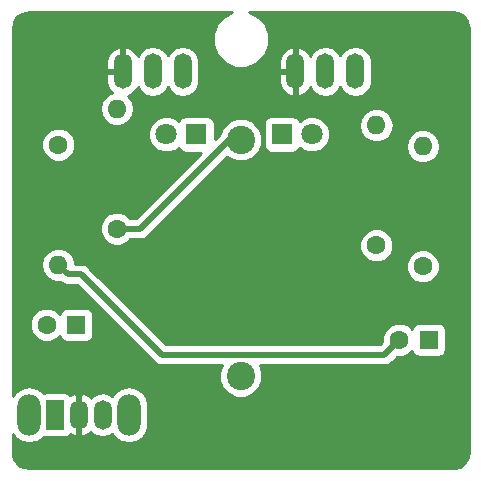
<source format=gtl>
G04 #@! TF.GenerationSoftware,KiCad,Pcbnew,(5.0.0)*
G04 #@! TF.CreationDate,2018-09-21T20:05:04-03:00*
G04 #@! TF.ProjectId,badge00,626164676530302E6B696361645F7063,rev?*
G04 #@! TF.SameCoordinates,Original*
G04 #@! TF.FileFunction,Copper,L1,Top,Signal*
G04 #@! TF.FilePolarity,Positive*
%FSLAX46Y46*%
G04 Gerber Fmt 4.6, Leading zero omitted, Abs format (unit mm)*
G04 Created by KiCad (PCBNEW (5.0.0)) date 09/21/18 20:05:04*
%MOMM*%
%LPD*%
G01*
G04 APERTURE LIST*
G04 #@! TA.AperFunction,ComponentPad*
%ADD10C,2.400000*%
G04 #@! TD*
G04 #@! TA.AperFunction,ComponentPad*
%ADD11C,1.600000*%
G04 #@! TD*
G04 #@! TA.AperFunction,ComponentPad*
%ADD12O,1.600000X1.600000*%
G04 #@! TD*
G04 #@! TA.AperFunction,ComponentPad*
%ADD13R,1.600000X1.600000*%
G04 #@! TD*
G04 #@! TA.AperFunction,ComponentPad*
%ADD14R,1.800000X1.800000*%
G04 #@! TD*
G04 #@! TA.AperFunction,ComponentPad*
%ADD15C,1.800000*%
G04 #@! TD*
G04 #@! TA.AperFunction,ComponentPad*
%ADD16O,1.520000X3.000000*%
G04 #@! TD*
G04 #@! TA.AperFunction,ComponentPad*
%ADD17R,1.500000X2.500000*%
G04 #@! TD*
G04 #@! TA.AperFunction,ComponentPad*
%ADD18O,1.500000X2.500000*%
G04 #@! TD*
G04 #@! TA.AperFunction,ComponentPad*
%ADD19O,2.000000X3.500000*%
G04 #@! TD*
G04 #@! TA.AperFunction,Conductor*
%ADD20C,0.508000*%
G04 #@! TD*
G04 #@! TA.AperFunction,Conductor*
%ADD21C,0.254000*%
G04 #@! TD*
G04 APERTURE END LIST*
D10*
G04 #@! TO.P,BT1,2*
G04 #@! TO.N,Net-(BT1-Pad2)*
X130000000Y-78500000D03*
G04 #@! TO.P,BT1,1*
G04 #@! TO.N,Net-(BT1-Pad1)*
X130000000Y-58500000D03*
G04 #@! TD*
D11*
G04 #@! TO.P,R1,1*
G04 #@! TO.N,Net-(BT1-Pad1)*
X119507000Y-66040000D03*
D12*
G04 #@! TO.P,R1,2*
G04 #@! TO.N,Net-(D1-Pad2)*
X119507000Y-55880000D03*
G04 #@! TD*
D13*
G04 #@! TO.P,C1,1*
G04 #@! TO.N,Net-(C1-Pad1)*
X116078000Y-74168000D03*
D11*
G04 #@! TO.P,C1,2*
G04 #@! TO.N,Net-(C1-Pad2)*
X113578000Y-74168000D03*
G04 #@! TD*
D13*
G04 #@! TO.P,C2,1*
G04 #@! TO.N,Net-(C2-Pad1)*
X145923000Y-75438000D03*
D11*
G04 #@! TO.P,C2,2*
G04 #@! TO.N,Net-(C2-Pad2)*
X143423000Y-75438000D03*
G04 #@! TD*
D14*
G04 #@! TO.P,D1,1*
G04 #@! TO.N,Net-(C1-Pad1)*
X126238000Y-58039000D03*
D15*
G04 #@! TO.P,D1,2*
G04 #@! TO.N,Net-(D1-Pad2)*
X123698000Y-58039000D03*
G04 #@! TD*
D14*
G04 #@! TO.P,D2,1*
G04 #@! TO.N,Net-(C2-Pad1)*
X133477000Y-58039000D03*
D15*
G04 #@! TO.P,D2,2*
G04 #@! TO.N,Net-(D2-Pad2)*
X136017000Y-58039000D03*
G04 #@! TD*
D11*
G04 #@! TO.P,R2,1*
G04 #@! TO.N,Net-(BT1-Pad1)*
X145415000Y-69215000D03*
D12*
G04 #@! TO.P,R2,2*
G04 #@! TO.N,Net-(C1-Pad2)*
X145415000Y-59055000D03*
G04 #@! TD*
D11*
G04 #@! TO.P,R3,1*
G04 #@! TO.N,Net-(BT1-Pad1)*
X114554000Y-58928000D03*
D12*
G04 #@! TO.P,R3,2*
G04 #@! TO.N,Net-(C2-Pad2)*
X114554000Y-69088000D03*
G04 #@! TD*
D11*
G04 #@! TO.P,R4,1*
G04 #@! TO.N,Net-(BT1-Pad1)*
X141478000Y-67437000D03*
D12*
G04 #@! TO.P,R4,2*
G04 #@! TO.N,Net-(D2-Pad2)*
X141478000Y-57277000D03*
G04 #@! TD*
D16*
G04 #@! TO.P,Q1,1*
G04 #@! TO.N,Net-(C1-Pad1)*
X125095000Y-52705000D03*
G04 #@! TO.P,Q1,3*
G04 #@! TO.N,Net-(Q1-Pad3)*
X120015000Y-52705000D03*
G04 #@! TO.P,Q1,2*
G04 #@! TO.N,Net-(C2-Pad2)*
X122555000Y-52705000D03*
G04 #@! TD*
G04 #@! TO.P,Q2,2*
G04 #@! TO.N,Net-(C1-Pad2)*
X137160000Y-52705000D03*
G04 #@! TO.P,Q2,3*
G04 #@! TO.N,Net-(Q1-Pad3)*
X134620000Y-52705000D03*
G04 #@! TO.P,Q2,1*
G04 #@! TO.N,Net-(C2-Pad1)*
X139700000Y-52705000D03*
G04 #@! TD*
D17*
G04 #@! TO.P,SW1,1*
G04 #@! TO.N,Net-(BT1-Pad2)*
X114300000Y-81788000D03*
D18*
G04 #@! TO.P,SW1,2*
G04 #@! TO.N,Net-(Q1-Pad3)*
X116300000Y-81788000D03*
G04 #@! TO.P,SW1,3*
G04 #@! TO.N,Net-(SW1-Pad3)*
X118300000Y-81788000D03*
D19*
G04 #@! TO.P,SW1,*
G04 #@! TO.N,*
X112100000Y-81788000D03*
X120500000Y-81788000D03*
G04 #@! TD*
D20*
G04 #@! TO.N,Net-(BT1-Pad1)*
X130000000Y-58500000D02*
X129000000Y-58500000D01*
X129000000Y-58500000D02*
X121460000Y-66040000D01*
X121460000Y-66040000D02*
X119507000Y-66040000D01*
G04 #@! TO.N,Net-(C2-Pad2)*
X123317000Y-76708000D02*
X142153000Y-76708000D01*
X142153000Y-76708000D02*
X143423000Y-75438000D01*
X116496999Y-69887999D02*
X123317000Y-76708000D01*
X114554000Y-69088000D02*
X115353999Y-69887999D01*
X115353999Y-69887999D02*
X116496999Y-69887999D01*
G04 #@! TD*
D21*
G04 #@! TO.N,Net-(Q1-Pad3)*
G36*
X128649006Y-47978095D02*
X127978095Y-48649006D01*
X127615000Y-49525594D01*
X127615000Y-50474406D01*
X127978095Y-51350994D01*
X128649006Y-52021905D01*
X129525594Y-52385000D01*
X130474406Y-52385000D01*
X131350994Y-52021905D01*
X131534899Y-51838000D01*
X133225000Y-51838000D01*
X133225000Y-52578000D01*
X134493000Y-52578000D01*
X134493000Y-50735291D01*
X134747000Y-50735291D01*
X134747000Y-52578000D01*
X134767000Y-52578000D01*
X134767000Y-52832000D01*
X134747000Y-52832000D01*
X134747000Y-54674709D01*
X134962756Y-54797236D01*
X135036511Y-54782412D01*
X135516611Y-54521216D01*
X135860211Y-54096176D01*
X135877724Y-54036870D01*
X136154263Y-54450738D01*
X136615699Y-54759061D01*
X137160000Y-54867329D01*
X137704302Y-54759061D01*
X138165738Y-54450738D01*
X138430001Y-54055243D01*
X138694263Y-54450738D01*
X139155699Y-54759061D01*
X139700000Y-54867329D01*
X140244302Y-54759061D01*
X140705738Y-54450738D01*
X141014061Y-53989302D01*
X141095000Y-53582393D01*
X141095000Y-51827607D01*
X141014061Y-51420698D01*
X140705737Y-50959262D01*
X140244301Y-50650939D01*
X139700000Y-50542671D01*
X139155698Y-50650939D01*
X138694262Y-50959263D01*
X138430000Y-51354757D01*
X138165737Y-50959262D01*
X137704301Y-50650939D01*
X137160000Y-50542671D01*
X136615698Y-50650939D01*
X136154262Y-50959263D01*
X135877724Y-51373130D01*
X135860211Y-51313824D01*
X135516611Y-50888784D01*
X135036511Y-50627588D01*
X134962756Y-50612764D01*
X134747000Y-50735291D01*
X134493000Y-50735291D01*
X134277244Y-50612764D01*
X134203489Y-50627588D01*
X133723389Y-50888784D01*
X133379789Y-51313824D01*
X133225000Y-51838000D01*
X131534899Y-51838000D01*
X132021905Y-51350994D01*
X132385000Y-50474406D01*
X132385000Y-49525594D01*
X132021905Y-48649006D01*
X131350994Y-47978095D01*
X130703756Y-47710000D01*
X147949420Y-47710000D01*
X148360027Y-47768803D01*
X148691110Y-47919338D01*
X148966639Y-48156749D01*
X149164456Y-48461944D01*
X149275700Y-48833917D01*
X149290001Y-49026362D01*
X149290000Y-84949420D01*
X149231197Y-85360027D01*
X149080661Y-85691112D01*
X148843251Y-85966639D01*
X148538056Y-86164456D01*
X148166083Y-86275700D01*
X147973652Y-86290000D01*
X112050580Y-86290000D01*
X111639973Y-86231197D01*
X111308888Y-86080661D01*
X111033361Y-85843251D01*
X110835544Y-85538056D01*
X110724300Y-85166083D01*
X110710000Y-84973652D01*
X110710000Y-83400638D01*
X110921232Y-83716769D01*
X111462056Y-84078136D01*
X112100000Y-84205031D01*
X112737945Y-84078136D01*
X113278769Y-83716769D01*
X113329066Y-83641494D01*
X113550000Y-83685440D01*
X115050000Y-83685440D01*
X115297765Y-83636157D01*
X115507809Y-83495809D01*
X115549864Y-83432869D01*
X115887316Y-83616173D01*
X115958815Y-83630318D01*
X116173000Y-83507656D01*
X116173000Y-81915000D01*
X116153000Y-81915000D01*
X116153000Y-81661000D01*
X116173000Y-81661000D01*
X116173000Y-80068344D01*
X116427000Y-80068344D01*
X116427000Y-81661000D01*
X116447000Y-81661000D01*
X116447000Y-81915000D01*
X116427000Y-81915000D01*
X116427000Y-83507656D01*
X116641185Y-83630318D01*
X116712684Y-83616173D01*
X117189540Y-83357145D01*
X117276705Y-83249463D01*
X117301472Y-83286529D01*
X117759601Y-83592641D01*
X118300000Y-83700133D01*
X118840400Y-83592641D01*
X119115480Y-83408839D01*
X119321232Y-83716769D01*
X119862056Y-84078136D01*
X120500000Y-84205031D01*
X121137945Y-84078136D01*
X121678769Y-83716769D01*
X122040136Y-83175945D01*
X122135000Y-82699031D01*
X122135000Y-80876969D01*
X122040136Y-80400055D01*
X121678769Y-79859231D01*
X121137944Y-79497864D01*
X120500000Y-79370969D01*
X119862055Y-79497864D01*
X119321231Y-79859231D01*
X119115479Y-80167161D01*
X118840399Y-79983359D01*
X118300000Y-79875867D01*
X117759600Y-79983359D01*
X117301471Y-80289472D01*
X117276705Y-80326537D01*
X117189540Y-80218855D01*
X116712684Y-79959827D01*
X116641185Y-79945682D01*
X116427000Y-80068344D01*
X116173000Y-80068344D01*
X115958815Y-79945682D01*
X115887316Y-79959827D01*
X115549864Y-80143131D01*
X115507809Y-80080191D01*
X115297765Y-79939843D01*
X115050000Y-79890560D01*
X113550000Y-79890560D01*
X113329066Y-79934506D01*
X113278769Y-79859231D01*
X112737944Y-79497864D01*
X112100000Y-79370969D01*
X111462055Y-79497864D01*
X110921231Y-79859231D01*
X110710000Y-80175361D01*
X110710000Y-73882561D01*
X112143000Y-73882561D01*
X112143000Y-74453439D01*
X112361466Y-74980862D01*
X112765138Y-75384534D01*
X113292561Y-75603000D01*
X113863439Y-75603000D01*
X114390862Y-75384534D01*
X114659899Y-75115497D01*
X114679843Y-75215765D01*
X114820191Y-75425809D01*
X115030235Y-75566157D01*
X115278000Y-75615440D01*
X116878000Y-75615440D01*
X117125765Y-75566157D01*
X117335809Y-75425809D01*
X117476157Y-75215765D01*
X117525440Y-74968000D01*
X117525440Y-73368000D01*
X117476157Y-73120235D01*
X117335809Y-72910191D01*
X117125765Y-72769843D01*
X116878000Y-72720560D01*
X115278000Y-72720560D01*
X115030235Y-72769843D01*
X114820191Y-72910191D01*
X114679843Y-73120235D01*
X114659899Y-73220503D01*
X114390862Y-72951466D01*
X113863439Y-72733000D01*
X113292561Y-72733000D01*
X112765138Y-72951466D01*
X112361466Y-73355138D01*
X112143000Y-73882561D01*
X110710000Y-73882561D01*
X110710000Y-69088000D01*
X113090887Y-69088000D01*
X113202260Y-69647909D01*
X113519423Y-70122577D01*
X113994091Y-70439740D01*
X114412667Y-70523000D01*
X114695333Y-70523000D01*
X114707487Y-70520582D01*
X114713066Y-70528932D01*
X115007129Y-70725418D01*
X115266443Y-70776999D01*
X115266447Y-70776999D01*
X115353998Y-70794414D01*
X115441549Y-70776999D01*
X116128764Y-70776999D01*
X122626471Y-77274707D01*
X122676067Y-77348933D01*
X122970130Y-77545419D01*
X123229444Y-77597000D01*
X123229445Y-77597000D01*
X123317000Y-77614416D01*
X123404555Y-77597000D01*
X128387845Y-77597000D01*
X128165000Y-78134996D01*
X128165000Y-78865004D01*
X128444362Y-79539444D01*
X128960556Y-80055638D01*
X129634996Y-80335000D01*
X130365004Y-80335000D01*
X131039444Y-80055638D01*
X131555638Y-79539444D01*
X131835000Y-78865004D01*
X131835000Y-78134996D01*
X131612155Y-77597000D01*
X142065445Y-77597000D01*
X142153000Y-77614416D01*
X142240555Y-77597000D01*
X142240556Y-77597000D01*
X142499870Y-77545419D01*
X142793933Y-77348933D01*
X142843531Y-77274704D01*
X143245235Y-76873000D01*
X143708439Y-76873000D01*
X144235862Y-76654534D01*
X144504899Y-76385497D01*
X144524843Y-76485765D01*
X144665191Y-76695809D01*
X144875235Y-76836157D01*
X145123000Y-76885440D01*
X146723000Y-76885440D01*
X146970765Y-76836157D01*
X147180809Y-76695809D01*
X147321157Y-76485765D01*
X147370440Y-76238000D01*
X147370440Y-74638000D01*
X147321157Y-74390235D01*
X147180809Y-74180191D01*
X146970765Y-74039843D01*
X146723000Y-73990560D01*
X145123000Y-73990560D01*
X144875235Y-74039843D01*
X144665191Y-74180191D01*
X144524843Y-74390235D01*
X144504899Y-74490503D01*
X144235862Y-74221466D01*
X143708439Y-74003000D01*
X143137561Y-74003000D01*
X142610138Y-74221466D01*
X142206466Y-74625138D01*
X141988000Y-75152561D01*
X141988000Y-75615765D01*
X141784765Y-75819000D01*
X123685236Y-75819000D01*
X117187530Y-69321295D01*
X117137932Y-69247066D01*
X116843869Y-69050580D01*
X116584555Y-68998999D01*
X116584554Y-68998999D01*
X116496999Y-68981583D01*
X116409444Y-68998999D01*
X115999410Y-68998999D01*
X115985598Y-68929561D01*
X143980000Y-68929561D01*
X143980000Y-69500439D01*
X144198466Y-70027862D01*
X144602138Y-70431534D01*
X145129561Y-70650000D01*
X145700439Y-70650000D01*
X146227862Y-70431534D01*
X146631534Y-70027862D01*
X146850000Y-69500439D01*
X146850000Y-68929561D01*
X146631534Y-68402138D01*
X146227862Y-67998466D01*
X145700439Y-67780000D01*
X145129561Y-67780000D01*
X144602138Y-67998466D01*
X144198466Y-68402138D01*
X143980000Y-68929561D01*
X115985598Y-68929561D01*
X115905740Y-68528091D01*
X115588577Y-68053423D01*
X115113909Y-67736260D01*
X114695333Y-67653000D01*
X114412667Y-67653000D01*
X113994091Y-67736260D01*
X113519423Y-68053423D01*
X113202260Y-68528091D01*
X113090887Y-69088000D01*
X110710000Y-69088000D01*
X110710000Y-65754561D01*
X118072000Y-65754561D01*
X118072000Y-66325439D01*
X118290466Y-66852862D01*
X118694138Y-67256534D01*
X119221561Y-67475000D01*
X119792439Y-67475000D01*
X120319862Y-67256534D01*
X120424835Y-67151561D01*
X140043000Y-67151561D01*
X140043000Y-67722439D01*
X140261466Y-68249862D01*
X140665138Y-68653534D01*
X141192561Y-68872000D01*
X141763439Y-68872000D01*
X142290862Y-68653534D01*
X142694534Y-68249862D01*
X142913000Y-67722439D01*
X142913000Y-67151561D01*
X142694534Y-66624138D01*
X142290862Y-66220466D01*
X141763439Y-66002000D01*
X141192561Y-66002000D01*
X140665138Y-66220466D01*
X140261466Y-66624138D01*
X140043000Y-67151561D01*
X120424835Y-67151561D01*
X120647396Y-66929000D01*
X121372445Y-66929000D01*
X121460000Y-66946416D01*
X121547555Y-66929000D01*
X121547556Y-66929000D01*
X121806870Y-66877419D01*
X122100933Y-66680933D01*
X122150531Y-66606704D01*
X128831077Y-59926159D01*
X128960556Y-60055638D01*
X129634996Y-60335000D01*
X130365004Y-60335000D01*
X131039444Y-60055638D01*
X131555638Y-59539444D01*
X131835000Y-58865004D01*
X131835000Y-58134996D01*
X131555638Y-57460556D01*
X131234082Y-57139000D01*
X131929560Y-57139000D01*
X131929560Y-58939000D01*
X131978843Y-59186765D01*
X132119191Y-59396809D01*
X132329235Y-59537157D01*
X132577000Y-59586440D01*
X134377000Y-59586440D01*
X134624765Y-59537157D01*
X134834809Y-59396809D01*
X134975157Y-59186765D01*
X134978275Y-59171092D01*
X135147493Y-59340310D01*
X135711670Y-59574000D01*
X136322330Y-59574000D01*
X136886507Y-59340310D01*
X137171817Y-59055000D01*
X143951887Y-59055000D01*
X144063260Y-59614909D01*
X144380423Y-60089577D01*
X144855091Y-60406740D01*
X145273667Y-60490000D01*
X145556333Y-60490000D01*
X145974909Y-60406740D01*
X146449577Y-60089577D01*
X146766740Y-59614909D01*
X146878113Y-59055000D01*
X146766740Y-58495091D01*
X146449577Y-58020423D01*
X145974909Y-57703260D01*
X145556333Y-57620000D01*
X145273667Y-57620000D01*
X144855091Y-57703260D01*
X144380423Y-58020423D01*
X144063260Y-58495091D01*
X143951887Y-59055000D01*
X137171817Y-59055000D01*
X137318310Y-58908507D01*
X137552000Y-58344330D01*
X137552000Y-57733670D01*
X137362841Y-57277000D01*
X140014887Y-57277000D01*
X140126260Y-57836909D01*
X140443423Y-58311577D01*
X140918091Y-58628740D01*
X141336667Y-58712000D01*
X141619333Y-58712000D01*
X142037909Y-58628740D01*
X142512577Y-58311577D01*
X142829740Y-57836909D01*
X142941113Y-57277000D01*
X142829740Y-56717091D01*
X142512577Y-56242423D01*
X142037909Y-55925260D01*
X141619333Y-55842000D01*
X141336667Y-55842000D01*
X140918091Y-55925260D01*
X140443423Y-56242423D01*
X140126260Y-56717091D01*
X140014887Y-57277000D01*
X137362841Y-57277000D01*
X137318310Y-57169493D01*
X136886507Y-56737690D01*
X136322330Y-56504000D01*
X135711670Y-56504000D01*
X135147493Y-56737690D01*
X134978275Y-56906908D01*
X134975157Y-56891235D01*
X134834809Y-56681191D01*
X134624765Y-56540843D01*
X134377000Y-56491560D01*
X132577000Y-56491560D01*
X132329235Y-56540843D01*
X132119191Y-56681191D01*
X131978843Y-56891235D01*
X131929560Y-57139000D01*
X131234082Y-57139000D01*
X131039444Y-56944362D01*
X130365004Y-56665000D01*
X129634996Y-56665000D01*
X128960556Y-56944362D01*
X128444362Y-57460556D01*
X128205469Y-58037295D01*
X127785440Y-58457324D01*
X127785440Y-57139000D01*
X127736157Y-56891235D01*
X127595809Y-56681191D01*
X127385765Y-56540843D01*
X127138000Y-56491560D01*
X125338000Y-56491560D01*
X125090235Y-56540843D01*
X124880191Y-56681191D01*
X124739843Y-56891235D01*
X124736725Y-56906908D01*
X124567507Y-56737690D01*
X124003330Y-56504000D01*
X123392670Y-56504000D01*
X122828493Y-56737690D01*
X122396690Y-57169493D01*
X122163000Y-57733670D01*
X122163000Y-58344330D01*
X122396690Y-58908507D01*
X122828493Y-59340310D01*
X123392670Y-59574000D01*
X124003330Y-59574000D01*
X124567507Y-59340310D01*
X124736725Y-59171092D01*
X124739843Y-59186765D01*
X124880191Y-59396809D01*
X125090235Y-59537157D01*
X125338000Y-59586440D01*
X126656324Y-59586440D01*
X121091765Y-65151000D01*
X120647396Y-65151000D01*
X120319862Y-64823466D01*
X119792439Y-64605000D01*
X119221561Y-64605000D01*
X118694138Y-64823466D01*
X118290466Y-65227138D01*
X118072000Y-65754561D01*
X110710000Y-65754561D01*
X110710000Y-58642561D01*
X113119000Y-58642561D01*
X113119000Y-59213439D01*
X113337466Y-59740862D01*
X113741138Y-60144534D01*
X114268561Y-60363000D01*
X114839439Y-60363000D01*
X115366862Y-60144534D01*
X115770534Y-59740862D01*
X115989000Y-59213439D01*
X115989000Y-58642561D01*
X115770534Y-58115138D01*
X115366862Y-57711466D01*
X114839439Y-57493000D01*
X114268561Y-57493000D01*
X113741138Y-57711466D01*
X113337466Y-58115138D01*
X113119000Y-58642561D01*
X110710000Y-58642561D01*
X110710000Y-55880000D01*
X118043887Y-55880000D01*
X118155260Y-56439909D01*
X118472423Y-56914577D01*
X118947091Y-57231740D01*
X119365667Y-57315000D01*
X119648333Y-57315000D01*
X120066909Y-57231740D01*
X120541577Y-56914577D01*
X120858740Y-56439909D01*
X120970113Y-55880000D01*
X120858740Y-55320091D01*
X120541577Y-54845423D01*
X120440200Y-54777685D01*
X120911611Y-54521216D01*
X121255211Y-54096176D01*
X121272724Y-54036870D01*
X121549263Y-54450738D01*
X122010699Y-54759061D01*
X122555000Y-54867329D01*
X123099302Y-54759061D01*
X123560738Y-54450738D01*
X123825001Y-54055243D01*
X124089263Y-54450738D01*
X124550699Y-54759061D01*
X125095000Y-54867329D01*
X125639302Y-54759061D01*
X126100738Y-54450738D01*
X126409061Y-53989302D01*
X126490000Y-53582393D01*
X126490000Y-52832000D01*
X133225000Y-52832000D01*
X133225000Y-53572000D01*
X133379789Y-54096176D01*
X133723389Y-54521216D01*
X134203489Y-54782412D01*
X134277244Y-54797236D01*
X134493000Y-54674709D01*
X134493000Y-52832000D01*
X133225000Y-52832000D01*
X126490000Y-52832000D01*
X126490000Y-51827607D01*
X126409061Y-51420698D01*
X126100737Y-50959262D01*
X125639301Y-50650939D01*
X125095000Y-50542671D01*
X124550698Y-50650939D01*
X124089262Y-50959263D01*
X123825000Y-51354757D01*
X123560737Y-50959262D01*
X123099301Y-50650939D01*
X122555000Y-50542671D01*
X122010698Y-50650939D01*
X121549262Y-50959263D01*
X121272724Y-51373130D01*
X121255211Y-51313824D01*
X120911611Y-50888784D01*
X120431511Y-50627588D01*
X120357756Y-50612764D01*
X120142000Y-50735291D01*
X120142000Y-52578000D01*
X120162000Y-52578000D01*
X120162000Y-52832000D01*
X120142000Y-52832000D01*
X120142000Y-52852000D01*
X119888000Y-52852000D01*
X119888000Y-52832000D01*
X118620000Y-52832000D01*
X118620000Y-53572000D01*
X118774789Y-54096176D01*
X119099565Y-54497931D01*
X118947091Y-54528260D01*
X118472423Y-54845423D01*
X118155260Y-55320091D01*
X118043887Y-55880000D01*
X110710000Y-55880000D01*
X110710000Y-51838000D01*
X118620000Y-51838000D01*
X118620000Y-52578000D01*
X119888000Y-52578000D01*
X119888000Y-50735291D01*
X119672244Y-50612764D01*
X119598489Y-50627588D01*
X119118389Y-50888784D01*
X118774789Y-51313824D01*
X118620000Y-51838000D01*
X110710000Y-51838000D01*
X110710000Y-49050580D01*
X110768803Y-48639973D01*
X110919338Y-48308890D01*
X111156749Y-48033361D01*
X111461944Y-47835544D01*
X111833917Y-47724300D01*
X112026348Y-47710000D01*
X129296244Y-47710000D01*
X128649006Y-47978095D01*
X128649006Y-47978095D01*
G37*
X128649006Y-47978095D02*
X127978095Y-48649006D01*
X127615000Y-49525594D01*
X127615000Y-50474406D01*
X127978095Y-51350994D01*
X128649006Y-52021905D01*
X129525594Y-52385000D01*
X130474406Y-52385000D01*
X131350994Y-52021905D01*
X131534899Y-51838000D01*
X133225000Y-51838000D01*
X133225000Y-52578000D01*
X134493000Y-52578000D01*
X134493000Y-50735291D01*
X134747000Y-50735291D01*
X134747000Y-52578000D01*
X134767000Y-52578000D01*
X134767000Y-52832000D01*
X134747000Y-52832000D01*
X134747000Y-54674709D01*
X134962756Y-54797236D01*
X135036511Y-54782412D01*
X135516611Y-54521216D01*
X135860211Y-54096176D01*
X135877724Y-54036870D01*
X136154263Y-54450738D01*
X136615699Y-54759061D01*
X137160000Y-54867329D01*
X137704302Y-54759061D01*
X138165738Y-54450738D01*
X138430001Y-54055243D01*
X138694263Y-54450738D01*
X139155699Y-54759061D01*
X139700000Y-54867329D01*
X140244302Y-54759061D01*
X140705738Y-54450738D01*
X141014061Y-53989302D01*
X141095000Y-53582393D01*
X141095000Y-51827607D01*
X141014061Y-51420698D01*
X140705737Y-50959262D01*
X140244301Y-50650939D01*
X139700000Y-50542671D01*
X139155698Y-50650939D01*
X138694262Y-50959263D01*
X138430000Y-51354757D01*
X138165737Y-50959262D01*
X137704301Y-50650939D01*
X137160000Y-50542671D01*
X136615698Y-50650939D01*
X136154262Y-50959263D01*
X135877724Y-51373130D01*
X135860211Y-51313824D01*
X135516611Y-50888784D01*
X135036511Y-50627588D01*
X134962756Y-50612764D01*
X134747000Y-50735291D01*
X134493000Y-50735291D01*
X134277244Y-50612764D01*
X134203489Y-50627588D01*
X133723389Y-50888784D01*
X133379789Y-51313824D01*
X133225000Y-51838000D01*
X131534899Y-51838000D01*
X132021905Y-51350994D01*
X132385000Y-50474406D01*
X132385000Y-49525594D01*
X132021905Y-48649006D01*
X131350994Y-47978095D01*
X130703756Y-47710000D01*
X147949420Y-47710000D01*
X148360027Y-47768803D01*
X148691110Y-47919338D01*
X148966639Y-48156749D01*
X149164456Y-48461944D01*
X149275700Y-48833917D01*
X149290001Y-49026362D01*
X149290000Y-84949420D01*
X149231197Y-85360027D01*
X149080661Y-85691112D01*
X148843251Y-85966639D01*
X148538056Y-86164456D01*
X148166083Y-86275700D01*
X147973652Y-86290000D01*
X112050580Y-86290000D01*
X111639973Y-86231197D01*
X111308888Y-86080661D01*
X111033361Y-85843251D01*
X110835544Y-85538056D01*
X110724300Y-85166083D01*
X110710000Y-84973652D01*
X110710000Y-83400638D01*
X110921232Y-83716769D01*
X111462056Y-84078136D01*
X112100000Y-84205031D01*
X112737945Y-84078136D01*
X113278769Y-83716769D01*
X113329066Y-83641494D01*
X113550000Y-83685440D01*
X115050000Y-83685440D01*
X115297765Y-83636157D01*
X115507809Y-83495809D01*
X115549864Y-83432869D01*
X115887316Y-83616173D01*
X115958815Y-83630318D01*
X116173000Y-83507656D01*
X116173000Y-81915000D01*
X116153000Y-81915000D01*
X116153000Y-81661000D01*
X116173000Y-81661000D01*
X116173000Y-80068344D01*
X116427000Y-80068344D01*
X116427000Y-81661000D01*
X116447000Y-81661000D01*
X116447000Y-81915000D01*
X116427000Y-81915000D01*
X116427000Y-83507656D01*
X116641185Y-83630318D01*
X116712684Y-83616173D01*
X117189540Y-83357145D01*
X117276705Y-83249463D01*
X117301472Y-83286529D01*
X117759601Y-83592641D01*
X118300000Y-83700133D01*
X118840400Y-83592641D01*
X119115480Y-83408839D01*
X119321232Y-83716769D01*
X119862056Y-84078136D01*
X120500000Y-84205031D01*
X121137945Y-84078136D01*
X121678769Y-83716769D01*
X122040136Y-83175945D01*
X122135000Y-82699031D01*
X122135000Y-80876969D01*
X122040136Y-80400055D01*
X121678769Y-79859231D01*
X121137944Y-79497864D01*
X120500000Y-79370969D01*
X119862055Y-79497864D01*
X119321231Y-79859231D01*
X119115479Y-80167161D01*
X118840399Y-79983359D01*
X118300000Y-79875867D01*
X117759600Y-79983359D01*
X117301471Y-80289472D01*
X117276705Y-80326537D01*
X117189540Y-80218855D01*
X116712684Y-79959827D01*
X116641185Y-79945682D01*
X116427000Y-80068344D01*
X116173000Y-80068344D01*
X115958815Y-79945682D01*
X115887316Y-79959827D01*
X115549864Y-80143131D01*
X115507809Y-80080191D01*
X115297765Y-79939843D01*
X115050000Y-79890560D01*
X113550000Y-79890560D01*
X113329066Y-79934506D01*
X113278769Y-79859231D01*
X112737944Y-79497864D01*
X112100000Y-79370969D01*
X111462055Y-79497864D01*
X110921231Y-79859231D01*
X110710000Y-80175361D01*
X110710000Y-73882561D01*
X112143000Y-73882561D01*
X112143000Y-74453439D01*
X112361466Y-74980862D01*
X112765138Y-75384534D01*
X113292561Y-75603000D01*
X113863439Y-75603000D01*
X114390862Y-75384534D01*
X114659899Y-75115497D01*
X114679843Y-75215765D01*
X114820191Y-75425809D01*
X115030235Y-75566157D01*
X115278000Y-75615440D01*
X116878000Y-75615440D01*
X117125765Y-75566157D01*
X117335809Y-75425809D01*
X117476157Y-75215765D01*
X117525440Y-74968000D01*
X117525440Y-73368000D01*
X117476157Y-73120235D01*
X117335809Y-72910191D01*
X117125765Y-72769843D01*
X116878000Y-72720560D01*
X115278000Y-72720560D01*
X115030235Y-72769843D01*
X114820191Y-72910191D01*
X114679843Y-73120235D01*
X114659899Y-73220503D01*
X114390862Y-72951466D01*
X113863439Y-72733000D01*
X113292561Y-72733000D01*
X112765138Y-72951466D01*
X112361466Y-73355138D01*
X112143000Y-73882561D01*
X110710000Y-73882561D01*
X110710000Y-69088000D01*
X113090887Y-69088000D01*
X113202260Y-69647909D01*
X113519423Y-70122577D01*
X113994091Y-70439740D01*
X114412667Y-70523000D01*
X114695333Y-70523000D01*
X114707487Y-70520582D01*
X114713066Y-70528932D01*
X115007129Y-70725418D01*
X115266443Y-70776999D01*
X115266447Y-70776999D01*
X115353998Y-70794414D01*
X115441549Y-70776999D01*
X116128764Y-70776999D01*
X122626471Y-77274707D01*
X122676067Y-77348933D01*
X122970130Y-77545419D01*
X123229444Y-77597000D01*
X123229445Y-77597000D01*
X123317000Y-77614416D01*
X123404555Y-77597000D01*
X128387845Y-77597000D01*
X128165000Y-78134996D01*
X128165000Y-78865004D01*
X128444362Y-79539444D01*
X128960556Y-80055638D01*
X129634996Y-80335000D01*
X130365004Y-80335000D01*
X131039444Y-80055638D01*
X131555638Y-79539444D01*
X131835000Y-78865004D01*
X131835000Y-78134996D01*
X131612155Y-77597000D01*
X142065445Y-77597000D01*
X142153000Y-77614416D01*
X142240555Y-77597000D01*
X142240556Y-77597000D01*
X142499870Y-77545419D01*
X142793933Y-77348933D01*
X142843531Y-77274704D01*
X143245235Y-76873000D01*
X143708439Y-76873000D01*
X144235862Y-76654534D01*
X144504899Y-76385497D01*
X144524843Y-76485765D01*
X144665191Y-76695809D01*
X144875235Y-76836157D01*
X145123000Y-76885440D01*
X146723000Y-76885440D01*
X146970765Y-76836157D01*
X147180809Y-76695809D01*
X147321157Y-76485765D01*
X147370440Y-76238000D01*
X147370440Y-74638000D01*
X147321157Y-74390235D01*
X147180809Y-74180191D01*
X146970765Y-74039843D01*
X146723000Y-73990560D01*
X145123000Y-73990560D01*
X144875235Y-74039843D01*
X144665191Y-74180191D01*
X144524843Y-74390235D01*
X144504899Y-74490503D01*
X144235862Y-74221466D01*
X143708439Y-74003000D01*
X143137561Y-74003000D01*
X142610138Y-74221466D01*
X142206466Y-74625138D01*
X141988000Y-75152561D01*
X141988000Y-75615765D01*
X141784765Y-75819000D01*
X123685236Y-75819000D01*
X117187530Y-69321295D01*
X117137932Y-69247066D01*
X116843869Y-69050580D01*
X116584555Y-68998999D01*
X116584554Y-68998999D01*
X116496999Y-68981583D01*
X116409444Y-68998999D01*
X115999410Y-68998999D01*
X115985598Y-68929561D01*
X143980000Y-68929561D01*
X143980000Y-69500439D01*
X144198466Y-70027862D01*
X144602138Y-70431534D01*
X145129561Y-70650000D01*
X145700439Y-70650000D01*
X146227862Y-70431534D01*
X146631534Y-70027862D01*
X146850000Y-69500439D01*
X146850000Y-68929561D01*
X146631534Y-68402138D01*
X146227862Y-67998466D01*
X145700439Y-67780000D01*
X145129561Y-67780000D01*
X144602138Y-67998466D01*
X144198466Y-68402138D01*
X143980000Y-68929561D01*
X115985598Y-68929561D01*
X115905740Y-68528091D01*
X115588577Y-68053423D01*
X115113909Y-67736260D01*
X114695333Y-67653000D01*
X114412667Y-67653000D01*
X113994091Y-67736260D01*
X113519423Y-68053423D01*
X113202260Y-68528091D01*
X113090887Y-69088000D01*
X110710000Y-69088000D01*
X110710000Y-65754561D01*
X118072000Y-65754561D01*
X118072000Y-66325439D01*
X118290466Y-66852862D01*
X118694138Y-67256534D01*
X119221561Y-67475000D01*
X119792439Y-67475000D01*
X120319862Y-67256534D01*
X120424835Y-67151561D01*
X140043000Y-67151561D01*
X140043000Y-67722439D01*
X140261466Y-68249862D01*
X140665138Y-68653534D01*
X141192561Y-68872000D01*
X141763439Y-68872000D01*
X142290862Y-68653534D01*
X142694534Y-68249862D01*
X142913000Y-67722439D01*
X142913000Y-67151561D01*
X142694534Y-66624138D01*
X142290862Y-66220466D01*
X141763439Y-66002000D01*
X141192561Y-66002000D01*
X140665138Y-66220466D01*
X140261466Y-66624138D01*
X140043000Y-67151561D01*
X120424835Y-67151561D01*
X120647396Y-66929000D01*
X121372445Y-66929000D01*
X121460000Y-66946416D01*
X121547555Y-66929000D01*
X121547556Y-66929000D01*
X121806870Y-66877419D01*
X122100933Y-66680933D01*
X122150531Y-66606704D01*
X128831077Y-59926159D01*
X128960556Y-60055638D01*
X129634996Y-60335000D01*
X130365004Y-60335000D01*
X131039444Y-60055638D01*
X131555638Y-59539444D01*
X131835000Y-58865004D01*
X131835000Y-58134996D01*
X131555638Y-57460556D01*
X131234082Y-57139000D01*
X131929560Y-57139000D01*
X131929560Y-58939000D01*
X131978843Y-59186765D01*
X132119191Y-59396809D01*
X132329235Y-59537157D01*
X132577000Y-59586440D01*
X134377000Y-59586440D01*
X134624765Y-59537157D01*
X134834809Y-59396809D01*
X134975157Y-59186765D01*
X134978275Y-59171092D01*
X135147493Y-59340310D01*
X135711670Y-59574000D01*
X136322330Y-59574000D01*
X136886507Y-59340310D01*
X137171817Y-59055000D01*
X143951887Y-59055000D01*
X144063260Y-59614909D01*
X144380423Y-60089577D01*
X144855091Y-60406740D01*
X145273667Y-60490000D01*
X145556333Y-60490000D01*
X145974909Y-60406740D01*
X146449577Y-60089577D01*
X146766740Y-59614909D01*
X146878113Y-59055000D01*
X146766740Y-58495091D01*
X146449577Y-58020423D01*
X145974909Y-57703260D01*
X145556333Y-57620000D01*
X145273667Y-57620000D01*
X144855091Y-57703260D01*
X144380423Y-58020423D01*
X144063260Y-58495091D01*
X143951887Y-59055000D01*
X137171817Y-59055000D01*
X137318310Y-58908507D01*
X137552000Y-58344330D01*
X137552000Y-57733670D01*
X137362841Y-57277000D01*
X140014887Y-57277000D01*
X140126260Y-57836909D01*
X140443423Y-58311577D01*
X140918091Y-58628740D01*
X141336667Y-58712000D01*
X141619333Y-58712000D01*
X142037909Y-58628740D01*
X142512577Y-58311577D01*
X142829740Y-57836909D01*
X142941113Y-57277000D01*
X142829740Y-56717091D01*
X142512577Y-56242423D01*
X142037909Y-55925260D01*
X141619333Y-55842000D01*
X141336667Y-55842000D01*
X140918091Y-55925260D01*
X140443423Y-56242423D01*
X140126260Y-56717091D01*
X140014887Y-57277000D01*
X137362841Y-57277000D01*
X137318310Y-57169493D01*
X136886507Y-56737690D01*
X136322330Y-56504000D01*
X135711670Y-56504000D01*
X135147493Y-56737690D01*
X134978275Y-56906908D01*
X134975157Y-56891235D01*
X134834809Y-56681191D01*
X134624765Y-56540843D01*
X134377000Y-56491560D01*
X132577000Y-56491560D01*
X132329235Y-56540843D01*
X132119191Y-56681191D01*
X131978843Y-56891235D01*
X131929560Y-57139000D01*
X131234082Y-57139000D01*
X131039444Y-56944362D01*
X130365004Y-56665000D01*
X129634996Y-56665000D01*
X128960556Y-56944362D01*
X128444362Y-57460556D01*
X128205469Y-58037295D01*
X127785440Y-58457324D01*
X127785440Y-57139000D01*
X127736157Y-56891235D01*
X127595809Y-56681191D01*
X127385765Y-56540843D01*
X127138000Y-56491560D01*
X125338000Y-56491560D01*
X125090235Y-56540843D01*
X124880191Y-56681191D01*
X124739843Y-56891235D01*
X124736725Y-56906908D01*
X124567507Y-56737690D01*
X124003330Y-56504000D01*
X123392670Y-56504000D01*
X122828493Y-56737690D01*
X122396690Y-57169493D01*
X122163000Y-57733670D01*
X122163000Y-58344330D01*
X122396690Y-58908507D01*
X122828493Y-59340310D01*
X123392670Y-59574000D01*
X124003330Y-59574000D01*
X124567507Y-59340310D01*
X124736725Y-59171092D01*
X124739843Y-59186765D01*
X124880191Y-59396809D01*
X125090235Y-59537157D01*
X125338000Y-59586440D01*
X126656324Y-59586440D01*
X121091765Y-65151000D01*
X120647396Y-65151000D01*
X120319862Y-64823466D01*
X119792439Y-64605000D01*
X119221561Y-64605000D01*
X118694138Y-64823466D01*
X118290466Y-65227138D01*
X118072000Y-65754561D01*
X110710000Y-65754561D01*
X110710000Y-58642561D01*
X113119000Y-58642561D01*
X113119000Y-59213439D01*
X113337466Y-59740862D01*
X113741138Y-60144534D01*
X114268561Y-60363000D01*
X114839439Y-60363000D01*
X115366862Y-60144534D01*
X115770534Y-59740862D01*
X115989000Y-59213439D01*
X115989000Y-58642561D01*
X115770534Y-58115138D01*
X115366862Y-57711466D01*
X114839439Y-57493000D01*
X114268561Y-57493000D01*
X113741138Y-57711466D01*
X113337466Y-58115138D01*
X113119000Y-58642561D01*
X110710000Y-58642561D01*
X110710000Y-55880000D01*
X118043887Y-55880000D01*
X118155260Y-56439909D01*
X118472423Y-56914577D01*
X118947091Y-57231740D01*
X119365667Y-57315000D01*
X119648333Y-57315000D01*
X120066909Y-57231740D01*
X120541577Y-56914577D01*
X120858740Y-56439909D01*
X120970113Y-55880000D01*
X120858740Y-55320091D01*
X120541577Y-54845423D01*
X120440200Y-54777685D01*
X120911611Y-54521216D01*
X121255211Y-54096176D01*
X121272724Y-54036870D01*
X121549263Y-54450738D01*
X122010699Y-54759061D01*
X122555000Y-54867329D01*
X123099302Y-54759061D01*
X123560738Y-54450738D01*
X123825001Y-54055243D01*
X124089263Y-54450738D01*
X124550699Y-54759061D01*
X125095000Y-54867329D01*
X125639302Y-54759061D01*
X126100738Y-54450738D01*
X126409061Y-53989302D01*
X126490000Y-53582393D01*
X126490000Y-52832000D01*
X133225000Y-52832000D01*
X133225000Y-53572000D01*
X133379789Y-54096176D01*
X133723389Y-54521216D01*
X134203489Y-54782412D01*
X134277244Y-54797236D01*
X134493000Y-54674709D01*
X134493000Y-52832000D01*
X133225000Y-52832000D01*
X126490000Y-52832000D01*
X126490000Y-51827607D01*
X126409061Y-51420698D01*
X126100737Y-50959262D01*
X125639301Y-50650939D01*
X125095000Y-50542671D01*
X124550698Y-50650939D01*
X124089262Y-50959263D01*
X123825000Y-51354757D01*
X123560737Y-50959262D01*
X123099301Y-50650939D01*
X122555000Y-50542671D01*
X122010698Y-50650939D01*
X121549262Y-50959263D01*
X121272724Y-51373130D01*
X121255211Y-51313824D01*
X120911611Y-50888784D01*
X120431511Y-50627588D01*
X120357756Y-50612764D01*
X120142000Y-50735291D01*
X120142000Y-52578000D01*
X120162000Y-52578000D01*
X120162000Y-52832000D01*
X120142000Y-52832000D01*
X120142000Y-52852000D01*
X119888000Y-52852000D01*
X119888000Y-52832000D01*
X118620000Y-52832000D01*
X118620000Y-53572000D01*
X118774789Y-54096176D01*
X119099565Y-54497931D01*
X118947091Y-54528260D01*
X118472423Y-54845423D01*
X118155260Y-55320091D01*
X118043887Y-55880000D01*
X110710000Y-55880000D01*
X110710000Y-51838000D01*
X118620000Y-51838000D01*
X118620000Y-52578000D01*
X119888000Y-52578000D01*
X119888000Y-50735291D01*
X119672244Y-50612764D01*
X119598489Y-50627588D01*
X119118389Y-50888784D01*
X118774789Y-51313824D01*
X118620000Y-51838000D01*
X110710000Y-51838000D01*
X110710000Y-49050580D01*
X110768803Y-48639973D01*
X110919338Y-48308890D01*
X111156749Y-48033361D01*
X111461944Y-47835544D01*
X111833917Y-47724300D01*
X112026348Y-47710000D01*
X129296244Y-47710000D01*
X128649006Y-47978095D01*
G04 #@! TD*
M02*

</source>
